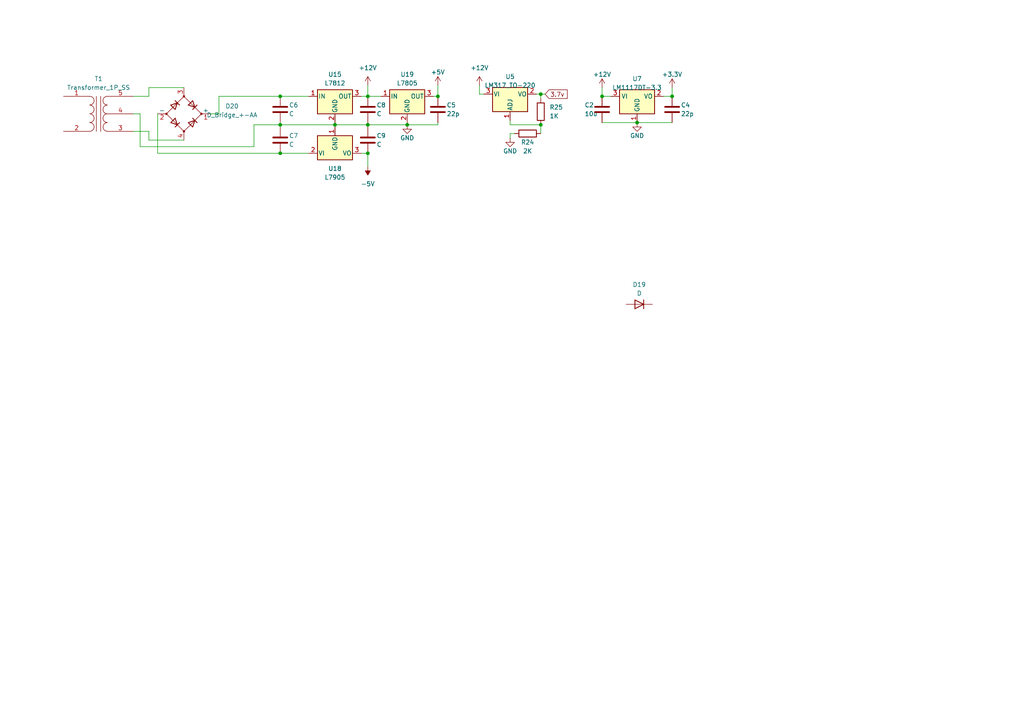
<source format=kicad_sch>
(kicad_sch (version 20230121) (generator eeschema)
  (paper "A4")
  (lib_symbols
    (symbol "Device:C" (pin_numbers hide) (pin_names (offset 0.254))
      (property "Reference" "C" (at 0.635 2.54 0))
      (property "Value" "C" (at 0.635 -2.54 0))
      (symbol "C_0_1"
        (polyline (pts (xy -2.032 -0.762) (xy 2.032 -0.762)) (stroke (width 0.508)))
        (polyline (pts (xy -2.032 0.762) (xy 2.032 0.762)) (stroke (width 0.508)))
      )
      (symbol "C_1_1"
        (pin passive line (at 0 3.81 270) (length 2.794) (name "~") (number "1"))
        (pin passive line (at 0 -3.81 90) (length 2.794) (name "~") (number "2"))
      )
    )
    (symbol "Device:D" (pin_numbers hide) (pin_names (offset 1.016) hide)
      (property "Reference" "D" (at 0 2.54 0))
      (property "Value" "D" (at 0 -2.54 0))
      (symbol "D_0_1"
        (polyline (pts (xy -1.27 1.27) (xy -1.27 -1.27)) (stroke (width 0.254)))
        (polyline (pts (xy 1.27 0) (xy -1.27 0)))
        (polyline (pts (xy 1.27 1.27) (xy 1.27 -1.27) (xy -1.27 0) (xy 1.27 1.27)) (stroke (width 0.254)))
      )
      (symbol "D_1_1"
        (pin passive line (at -3.81 0 0) (length 2.54) (name "K") (number "1"))
        (pin passive line (at 3.81 0 180) (length 2.54) (name "A") (number "2"))
      )
    )
    (symbol "Device:D_Bridge_+-AA" (pin_names (offset 0))
      (property "Reference" "D" (at 2.54 6.985 0))
      (property "Value" "D_Bridge_+-AA" (at 2.54 5.08 0))
      (symbol "D_Bridge_+-AA_0_1"
        (circle (center -5.08 0) (radius 0.254) (fill (type outline)))
        (circle (center 0 -5.08) (radius 0.254) (fill (type outline)))
        (polyline (pts (xy -2.54 3.81) (xy -1.27 2.54)) (stroke (width 0.254)))
        (polyline (pts (xy -1.27 -2.54) (xy -2.54 -3.81)) (stroke (width 0.254)))
        (polyline (pts (xy 2.54 -1.27) (xy 3.81 -2.54)) (stroke (width 0.254)))
        (polyline (pts (xy 2.54 1.27) (xy 3.81 2.54)) (stroke (width 0.254)))
        (polyline (pts (xy -3.81 2.54) (xy -2.54 1.27) (xy -1.905 3.175) (xy -3.81 2.54)) (stroke (width 0.254)))
        (polyline (pts (xy -2.54 -1.27) (xy -3.81 -2.54) (xy -1.905 -3.175) (xy -2.54 -1.27)) (stroke (width 0.254)))
        (polyline (pts (xy 1.27 2.54) (xy 2.54 3.81) (xy 3.175 1.905) (xy 1.27 2.54)) (stroke (width 0.254)))
        (polyline (pts (xy 3.175 -1.905) (xy 1.27 -2.54) (xy 2.54 -3.81) (xy 3.175 -1.905)) (stroke (width 0.254)))
        (polyline (pts (xy -5.08 0) (xy 0 -5.08) (xy 5.08 0) (xy 0 5.08) (xy -5.08 0)))
        (circle (center 0 5.08) (radius 0.254) (fill (type outline)))
        (circle (center 5.08 0) (radius 0.254) (fill (type outline)))
      )
      (symbol "D_Bridge_+-AA_1_1"
        (pin passive line (at 7.62 0 180) (length 2.54) (name "+") (number "1"))
        (pin passive line (at -7.62 0 0) (length 2.54) (name "-") (number "2"))
        (pin passive line (at 0 7.62 270) (length 2.54) (name "~") (number "3"))
        (pin passive line (at 0 -7.62 90) (length 2.54) (name "~") (number "4"))
      )
    )
    (symbol "Device:R" (pin_numbers hide) (pin_names (offset 0))
      (property "Reference" "R" (at 2.032 0 90))
      (property "Value" "R" (at 0 0 90))
      (symbol "R_0_1"
        (rectangle (start -1.016 -2.54) (end 1.016 2.54) (stroke (width 0.254)))
      )
      (symbol "R_1_1"
        (pin passive line (at 0 3.81 270) (length 1.27) (name "~") (number "1"))
        (pin passive line (at 0 -3.81 90) (length 1.27) (name "~") (number "2"))
      )
    )
    (symbol "Device:Transformer_1P_SS" (pin_names (offset 1.016) hide)
      (property "Reference" "T" (at 0 6.35 0))
      (property "Value" "Transformer_1P_SS" (at 0 -7.62 0))
      (symbol "Transformer_1P_SS_0_1"
        (arc (start -2.54 -5.0546) (mid -1.6599 -4.6901) (end -1.27 -3.81))
        (arc (start -2.54 -2.5146) (mid -1.6599 -2.1501) (end -1.27 -1.27))
        (arc (start -2.54 0.0254) (mid -1.6599 0.3899) (end -1.27 1.27))
        (arc (start -2.54 2.5654) (mid -1.6599 2.9299) (end -1.27 3.81))
        (arc (start -1.27 -3.81) (mid -1.642 -2.912) (end -2.54 -2.54))
        (arc (start -1.27 -1.27) (mid -1.642 -0.372) (end -2.54 0))
        (arc (start -1.27 1.27) (mid -1.642 2.168) (end -2.54 2.54))
        (arc (start -1.27 3.81) (mid -1.642 4.708) (end -2.54 5.08))
        (polyline (pts (xy -0.635 5.08) (xy -0.635 -5.08)))
        (polyline (pts (xy 0.635 -5.08) (xy 0.635 5.08)))
        (arc (start 1.2954 -1.27) (mid 1.6599 -2.1501) (end 2.54 -2.5146))
        (arc (start 1.2954 1.27) (mid 1.6599 0.3899) (end 2.54 0.0254))
        (arc (start 1.2954 3.81) (mid 1.6599 2.9299) (end 2.54 2.5654))
        (arc (start 1.3208 -3.81) (mid 1.6853 -4.6901) (end 2.5654 -5.0546))
        (arc (start 2.54 0) (mid 1.642 -0.372) (end 1.2954 -1.27))
        (arc (start 2.54 2.54) (mid 1.642 2.168) (end 1.2954 1.27))
        (arc (start 2.54 5.08) (mid 1.642 4.708) (end 1.2954 3.81))
        (arc (start 2.5654 -2.54) (mid 1.6674 -2.912) (end 1.3208 -3.81))
      )
      (symbol "Transformer_1P_SS_1_1"
        (pin passive line (at -10.16 5.08 0) (length 7.62) (name "AA") (number "1"))
        (pin passive line (at -10.16 -5.08 0) (length 7.62) (name "AB") (number "2"))
        (pin passive line (at 10.16 -5.08 180) (length 7.62) (name "SA") (number "3"))
        (pin passive line (at 10.16 0 180) (length 7.62) (name "SC") (number "4"))
        (pin passive line (at 10.16 5.08 180) (length 7.62) (name "SB") (number "5"))
      )
    )
    (symbol "Regulator_Linear:L7805" (pin_names (offset 0.254))
      (property "Reference" "U" (at -3.81 3.175 0))
      (property "Value" "L7805" (at 0 3.175 0))
      (symbol "L7805_0_1"
        (rectangle (start -5.08 1.905) (end 5.08 -5.08) (stroke (width 0.254)) (fill (type background)))
      )
      (symbol "L7805_1_1"
        (pin power_in line (at -7.62 0 0) (length 2.54) (name "IN") (number "1"))
        (pin power_in line (at 0 -7.62 90) (length 2.54) (name "GND") (number "2"))
        (pin power_out line (at 7.62 0 180) (length 2.54) (name "OUT") (number "3"))
      )
    )
    (symbol "Regulator_Linear:L7812" (pin_names (offset 0.254))
      (property "Reference" "U" (at -3.81 3.175 0))
      (property "Value" "L7812" (at 0 3.175 0))
      (symbol "L7812_0_1"
        (rectangle (start -5.08 1.905) (end 5.08 -5.08) (stroke (width 0.254)) (fill (type background)))
      )
      (symbol "L7812_1_1"
        (pin power_in line (at -7.62 0 0) (length 2.54) (name "IN") (number "1"))
        (pin power_in line (at 0 -7.62 90) (length 2.54) (name "GND") (number "2"))
        (pin power_out line (at 7.62 0 180) (length 2.54) (name "OUT") (number "3"))
      )
    )
    (symbol "Regulator_Linear:L7905" (pin_names (offset 0.254))
      (property "Reference" "U" (at -3.81 -3.175 0))
      (property "Value" "L7905" (at 0 -3.175 0))
      (symbol "L7905_0_1"
        (rectangle (start -5.08 5.08) (end 5.08 -1.905) (stroke (width 0.254)) (fill (type background)))
      )
      (symbol "L7905_1_1"
        (pin power_in line (at 0 7.62 270) (length 2.54) (name "GND") (number "1"))
        (pin power_in line (at -7.62 0 0) (length 2.54) (name "VI") (number "2"))
        (pin power_out line (at 7.62 0 180) (length 2.54) (name "VO") (number "3"))
      )
    )
    (symbol "Regulator_Linear:LM1117DT-3.3"
      (property "Reference" "U" (at -3.81 3.175 0))
      (property "Value" "LM1117DT-3.3" (at 0 3.175 0))
      (symbol "LM1117DT-3.3_0_1"
        (rectangle (start -5.08 -5.08) (end 5.08 1.905) (stroke (width 0.254)) (fill (type background)))
      )
      (symbol "LM1117DT-3.3_1_1"
        (pin power_in line (at 0 -7.62 90) (length 2.54) (name "GND") (number "1"))
        (pin power_out line (at 7.62 0 180) (length 2.54) (name "VO") (number "2"))
        (pin power_in line (at -7.62 0 0) (length 2.54) (name "VI") (number "3"))
      )
    )
    (symbol "Regulator_Linear:LM317_TO-220" (pin_names (offset 0.254))
      (property "Reference" "U" (at -3.81 3.175 0))
      (property "Value" "LM317_TO-220" (at 0 3.175 0))
      (symbol "LM317_TO-220_0_1"
        (rectangle (start -5.08 1.905) (end 5.08 -5.08) (stroke (width 0.254)) (fill (type background)))
      )
      (symbol "LM317_TO-220_1_1"
        (pin input line (at 0 -7.62 90) (length 2.54) (name "ADJ") (number "1"))
        (pin power_out line (at 7.62 0 180) (length 2.54) (name "VO") (number "2"))
        (pin power_in line (at -7.62 0 0) (length 2.54) (name "VI") (number "3"))
      )
    )
    (symbol "power:+12V" (power) (pin_names (offset 0))
      (property "Value" "+12V" (at 0 3.556 0))
      (symbol "+12V_0_1"
        (polyline (pts (xy -0.762 1.27) (xy 0 2.54)))
        (polyline (pts (xy 0 0) (xy 0 2.54)))
        (polyline (pts (xy 0 2.54) (xy 0.762 1.27)))
      )
      (symbol "+12V_1_1"
        (pin power_in line (at 0 0 90) (length 0) hide (name "+12V") (number "1"))
      )
    )
    (symbol "power:+3.3V" (power) (pin_names (offset 0))
      (property "Value" "+3.3V" (at 0 3.556 0))
      (symbol "+3.3V_0_1"
        (polyline (pts (xy -0.762 1.27) (xy 0 2.54)))
        (polyline (pts (xy 0 0) (xy 0 2.54)))
        (polyline (pts (xy 0 2.54) (xy 0.762 1.27)))
      )
      (symbol "+3.3V_1_1"
        (pin power_in line (at 0 0 90) (length 0) hide (name "+3.3V") (number "1"))
      )
    )
    (symbol "power:+5V" (power) (pin_names (offset 0))
      (property "Value" "+5V" (at 0 3.556 0))
      (symbol "+5V_0_1"
        (polyline (pts (xy -0.762 1.27) (xy 0 2.54)))
        (polyline (pts (xy 0 0) (xy 0 2.54)))
        (polyline (pts (xy 0 2.54) (xy 0.762 1.27)))
      )
      (symbol "+5V_1_1"
        (pin power_in line (at 0 0 90) (length 0) hide (name "+5V") (number "1"))
      )
    )
    (symbol "power:-5V" (power) (pin_names (offset 0))
      (property "Value" "-5V" (at 0 3.81 0))
      (symbol "-5V_0_0"
        (pin power_in line (at 0 0 90) (length 0) hide (name "-5V") (number "1"))
      )
      (symbol "-5V_0_1"
        (polyline (pts (xy 0 0) (xy 0 1.27) (xy 0.762 1.27) (xy 0 2.54) (xy -0.762 1.27) (xy 0 1.27)) (fill (type outline)))
      )
    )
    (symbol "power:GND" (power) (pin_names (offset 0))
      (property "Value" "GND" (at 0 -3.81 0))
      (symbol "GND_0_1"
        (polyline (pts (xy 0 0) (xy 0 -1.27) (xy 1.27 -1.27) (xy 0 -2.54) (xy -1.27 -1.27) (xy 0 -1.27)))
      )
      (symbol "GND_1_1"
        (pin power_in line (at 0 0 270) (length 0) hide (name "GND") (number "1"))
      )
    )
  )
  (junction (at 174.625 27.94))
  (junction (at 106.68 36.195))
  (junction (at 97.155 36.195))
  (junction (at 156.845 27.305))
  (junction (at 106.68 44.45))
  (junction (at 118.11 36.195))
  (junction (at 156.845 36.195))
  (junction (at 184.785 35.56))
  (junction (at 194.945 27.94))
  (junction (at 106.68 27.94))
  (junction (at 81.28 44.45))
  (junction (at 127 27.94))
  (junction (at 81.28 27.94))
  (junction (at 81.28 36.195))
  (wire (pts (xy 104.775 44.45) (xy 106.68 44.45)))
  (wire (pts (xy 106.68 27.94) (xy 110.49 27.94)))
  (wire (pts (xy 81.28 36.195) (xy 97.155 36.195)))
  (wire (pts (xy 139.065 27.305) (xy 140.335 27.305)))
  (wire (pts (xy 118.11 36.195) (xy 118.11 35.56)))
  (wire (pts (xy 127 24.765) (xy 127 27.94)))
  (wire (pts (xy 156.845 27.305) (xy 156.845 28.575)))
  (wire (pts (xy 73.66 36.195) (xy 81.28 36.195)))
  (wire (pts (xy 81.28 27.94) (xy 89.535 27.94)))
  (wire (pts (xy 38.735 27.94) (xy 43.18 27.94)))
  (wire (pts (xy 174.625 27.94) (xy 174.625 25.4)))
  (wire (pts (xy 38.735 38.1) (xy 43.18 38.1)))
  (wire (pts (xy 43.18 25.4) (xy 53.34 25.4)))
  (wire (pts (xy 106.68 44.45) (xy 106.68 48.26)))
  (wire (pts (xy 63.5 33.02) (xy 63.5 27.94)))
  (wire (pts (xy 45.72 33.02) (xy 45.72 44.45)))
  (wire (pts (xy 106.68 35.56) (xy 106.68 36.195)))
  (wire (pts (xy 106.68 36.195) (xy 118.11 36.195)))
  (wire (pts (xy 40.64 42.545) (xy 73.66 42.545)))
  (wire (pts (xy 106.68 27.94) (xy 106.68 24.765)))
  (wire (pts (xy 81.28 44.45) (xy 89.535 44.45)))
  (wire (pts (xy 155.575 27.305) (xy 156.845 27.305)))
  (wire (pts (xy 104.775 27.94) (xy 106.68 27.94)))
  (wire (pts (xy 184.785 35.56) (xy 194.945 35.56)))
  (wire (pts (xy 147.955 38.735) (xy 149.225 38.735)))
  (wire (pts (xy 156.845 36.195) (xy 156.845 38.735)))
  (wire (pts (xy 97.155 36.195) (xy 106.68 36.195)))
  (wire (pts (xy 147.955 34.925) (xy 147.955 36.195)))
  (wire (pts (xy 106.68 36.195) (xy 106.68 36.83)))
  (wire (pts (xy 147.955 36.195) (xy 156.845 36.195)))
  (wire (pts (xy 43.18 38.1) (xy 43.18 40.64)))
  (wire (pts (xy 43.18 27.94) (xy 43.18 25.4)))
  (wire (pts (xy 73.66 42.545) (xy 73.66 36.195)))
  (wire (pts (xy 147.955 40.005) (xy 147.955 38.735)))
  (wire (pts (xy 40.64 33.02) (xy 40.64 42.545)))
  (wire (pts (xy 43.18 40.64) (xy 53.34 40.64)))
  (wire (pts (xy 81.28 35.56) (xy 81.28 36.195)))
  (wire (pts (xy 60.96 33.02) (xy 63.5 33.02)))
  (wire (pts (xy 97.155 36.195) (xy 97.155 36.83)))
  (wire (pts (xy 177.165 27.94) (xy 174.625 27.94)))
  (wire (pts (xy 139.065 24.765) (xy 139.065 27.305)))
  (wire (pts (xy 194.945 27.94) (xy 194.945 25.4)))
  (wire (pts (xy 45.72 44.45) (xy 81.28 44.45)))
  (wire (pts (xy 156.845 27.305) (xy 158.115 27.305)))
  (wire (pts (xy 118.11 36.195) (xy 127 36.195)))
  (wire (pts (xy 38.735 33.02) (xy 40.64 33.02)))
  (wire (pts (xy 81.28 36.83) (xy 81.28 36.195)))
  (wire (pts (xy 174.625 35.56) (xy 184.785 35.56)))
  (wire (pts (xy 192.405 27.94) (xy 194.945 27.94)))
  (wire (pts (xy 127 35.56) (xy 127 36.195)))
  (wire (pts (xy 125.73 27.94) (xy 127 27.94)))
  (wire (pts (xy 97.155 35.56) (xy 97.155 36.195)))
  (wire (pts (xy 63.5 27.94) (xy 81.28 27.94)))
  (global_label "3.7v" (shape input) (at 158.115 27.305 0) (property "Intersheetrefs" "${INTERSHEET_REFS}" (effects hide)))
  (symbol (lib_id "Device:C") (at 106.68 40.64 0) (unit 1)
    (property "Reference" "C9" (at 109.22 39.37 0) (effects (justify left)))
    (property "Value" "C" (at 109.22 41.91 0) (effects (justify left)))
  )
  (symbol (lib_id "Device:R") (at 156.845 32.385 0) (unit 1)
    (property "Reference" "R25" (at 159.385 31.115 0) (effects (justify left)))
    (property "Value" "1K" (at 159.385 33.655 0) (effects (justify left)))
  )
  (symbol (lib_id "Device:C") (at 81.28 40.64 0) (unit 1)
    (property "Reference" "C7" (at 83.82 39.37 0) (effects (justify left)))
    (property "Value" "C" (at 83.82 41.91 0) (effects (justify left)))
  )
  (symbol (lib_id "Regulator_Linear:LM317_TO-220") (at 147.955 27.305 0) (unit 1)
    (property "Reference" "U5" (at 147.955 22.225 0))
    (property "Value" "LM317_TO-220" (at 147.955 24.765 0))
    (property "Footprint" "Package_TO_SOT_THT:TO-220-3_Vertical" (effects hide))
    (property "Datasheet" "http://www.ti.com/lit/ds/symlink/lm317.pdf" (effects hide))
  )
  (symbol (lib_id "Device:C") (at 81.28 31.75 0) (unit 1)
    (property "Reference" "C6" (at 83.82 30.48 0) (effects (justify left)))
    (property "Value" "C" (at 83.82 33.02 0) (effects (justify left)))
  )
  (symbol (lib_id "Device:C") (at 127 31.75 0) (unit 1)
    (property "Reference" "C5" (at 129.54 30.48 0) (effects (justify left)))
    (property "Value" "22p" (at 129.54 33.02 0) (effects (justify left)))
  )
  (symbol (lib_id "Regulator_Linear:LM1117DT-3.3") (at 184.785 27.94 0) (unit 1)
    (property "Reference" "U7" (at 184.785 22.86 0))
    (property "Value" "LM1117DT-3.3" (at 184.785 25.4 0))
    (property "Footprint" "Package_TO_SOT_SMD:TO-252-3_TabPin2" (effects hide))
    (property "Datasheet" "http://www.ti.com/lit/ds/symlink/lm1117.pdf" (effects hide))
  )
  (symbol (lib_id "Regulator_Linear:L7905") (at 97.155 44.45 0) (unit 1)
    (property "Reference" "U18" (at 97.155 48.895 0))
    (property "Value" "L7905" (at 97.155 51.435 0))
    (property "Datasheet" "http://www.st.com/content/ccc/resource/technical/document/datasheet/c9/16/86/41/c7/2b/45/f2/CD00000450.pdf/files/CD00000450.pdf/jcr:content/translations/en.CD00000450.pdf" (effects hide))
  )
  (symbol (lib_id "Device:Transformer_1P_SS") (at 28.575 33.02 0) (unit 1)
    (property "Reference" "T1" (at 28.5877 22.86 0))
    (property "Value" "Transformer_1P_SS" (at 28.5877 25.4 0))
  )
  (symbol (lib_id "Device:C") (at 106.68 31.75 0) (unit 1)
    (property "Reference" "C8" (at 109.22 30.48 0) (effects (justify left)))
    (property "Value" "C" (at 109.22 33.02 0) (effects (justify left)))
  )
  (symbol (lib_id "Device:D_Bridge_+-AA") (at 53.34 33.02 0) (unit 1)
    (property "Reference" "D20" (at 67.31 30.8041 0))
    (property "Value" "D_Bridge_+-AA" (at 67.31 33.3441 0))
  )
  (symbol (lib_id "Device:C") (at 174.625 31.75 0) (unit 1)
    (property "Reference" "C2" (at 169.545 30.48 0) (effects (justify left)))
    (property "Value" "10u" (at 169.545 33.02 0) (effects (justify left)))
  )
  (symbol (lib_id "power:-5V") (at 106.68 48.26 180) (unit 1)
    (property "Reference" "#PWR012" (effects hide))
    (property "Value" "-5V" (at 106.68 53.34 0))
  )
  (symbol (lib_id "power:GND") (at 184.785 35.56 0) (unit 1)
    (property "Reference" "#PWR016" (effects hide))
    (property "Value" "GND" (at 184.785 39.37 0))
  )
  (symbol (lib_id "Regulator_Linear:L7805") (at 118.11 27.94 0) (unit 1)
    (property "Reference" "U19" (at 118.11 21.59 0))
    (property "Value" "L7805" (at 118.11 24.13 0))
    (property "Datasheet" "http://www.st.com/content/ccc/resource/technical/document/datasheet/41/4f/b3/b0/12/d4/47/88/CD00000444.pdf/files/CD00000444.pdf/jcr:content/translations/en.CD00000444.pdf" (effects hide))
  )
  (symbol (lib_id "power:+3.3V") (at 194.945 25.4 0) (unit 1)
    (property "Reference" "#PWR018" (effects hide))
    (property "Value" "+3.3V" (at 194.945 21.59 0))
  )
  (symbol (lib_id "Device:C") (at 194.945 31.75 0) (unit 1)
    (property "Reference" "C4" (at 197.485 30.48 0) (effects (justify left)))
    (property "Value" "22p" (at 197.485 33.02 0) (effects (justify left)))
  )
  (symbol (lib_id "Device:D") (at 185.42 88.265 180) (unit 1)
    (property "Reference" "D19" (at 185.42 82.55 0))
    (property "Value" "D" (at 185.42 85.09 0))
    (property "Sim.Device" "D" (effects hide))
    (property "Sim.Pins" "1=K 2=A" (effects hide))
  )
  (symbol (lib_id "Regulator_Linear:L7812") (at 97.155 27.94 0) (unit 1)
    (property "Reference" "U15" (at 97.155 21.59 0))
    (property "Value" "L7812" (at 97.155 24.13 0))
    (property "Datasheet" "http://www.st.com/content/ccc/resource/technical/document/datasheet/41/4f/b3/b0/12/d4/47/88/CD00000444.pdf/files/CD00000444.pdf/jcr:content/translations/en.CD00000444.pdf" (effects hide))
  )
  (symbol (lib_id "power:GND") (at 118.11 36.195 0) (unit 1)
    (property "Reference" "#PWR017" (effects hide))
    (property "Value" "GND" (at 118.11 40.005 0))
  )
  (symbol (lib_id "power:+12V") (at 174.625 25.4 0) (unit 1)
    (property "Reference" "#PWR011" (effects hide))
    (property "Value" "+12V" (at 174.625 21.59 0))
  )
  (symbol (lib_id "Device:R") (at 153.035 38.735 90) (unit 1)
    (property "Reference" "R24" (at 153.035 41.275 90))
    (property "Value" "2K" (at 153.035 43.815 90))
  )
  (symbol (lib_id "power:+5V") (at 127 24.765 0) (unit 1)
    (property "Reference" "#PWR025" (effects hide))
    (property "Value" "+5V" (at 127 20.955 0))
  )
  (symbol (lib_id "power:+12V") (at 106.68 24.765 0) (unit 1)
    (property "Reference" "#PWR024" (effects hide))
    (property "Value" "+12V" (at 106.68 19.685 0))
  )
  (symbol (lib_id "power:+12V") (at 139.065 24.765 0) (unit 1)
    (property "Reference" "#PWR013" (effects hide))
    (property "Value" "+12V" (at 139.065 19.685 0))
  )
  (symbol (lib_id "power:GND") (at 147.955 40.005 0) (unit 1)
    (property "Reference" "#PWR015" (effects hide))
    (property "Value" "GND" (at 147.955 43.815 0))
  )
)
</source>
